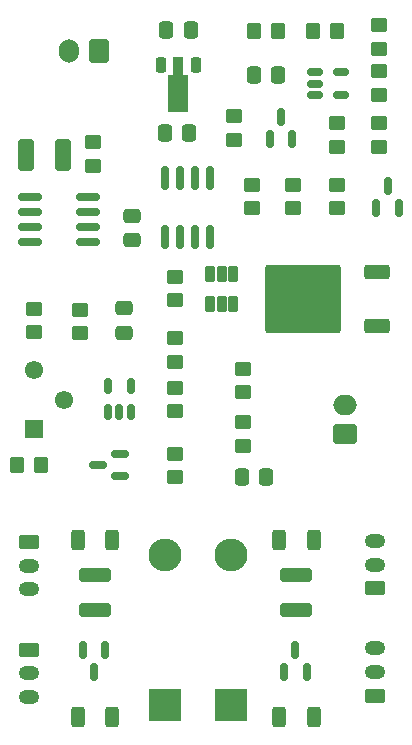
<source format=gbr>
%TF.GenerationSoftware,KiCad,Pcbnew,9.0.0-rc1*%
%TF.CreationDate,2025-10-12T14:16:47+03:00*%
%TF.ProjectId,uvp,7576702e-6b69-4636-9164-5f7063625858,rev?*%
%TF.SameCoordinates,Original*%
%TF.FileFunction,Soldermask,Top*%
%TF.FilePolarity,Negative*%
%FSLAX46Y46*%
G04 Gerber Fmt 4.6, Leading zero omitted, Abs format (unit mm)*
G04 Created by KiCad (PCBNEW 9.0.0-rc1) date 2025-10-12 14:16:47*
%MOMM*%
%LPD*%
G01*
G04 APERTURE LIST*
G04 Aperture macros list*
%AMRoundRect*
0 Rectangle with rounded corners*
0 $1 Rounding radius*
0 $2 $3 $4 $5 $6 $7 $8 $9 X,Y pos of 4 corners*
0 Add a 4 corners polygon primitive as box body*
4,1,4,$2,$3,$4,$5,$6,$7,$8,$9,$2,$3,0*
0 Add four circle primitives for the rounded corners*
1,1,$1+$1,$2,$3*
1,1,$1+$1,$4,$5*
1,1,$1+$1,$6,$7*
1,1,$1+$1,$8,$9*
0 Add four rect primitives between the rounded corners*
20,1,$1+$1,$2,$3,$4,$5,0*
20,1,$1+$1,$4,$5,$6,$7,0*
20,1,$1+$1,$6,$7,$8,$9,0*
20,1,$1+$1,$8,$9,$2,$3,0*%
%AMFreePoly0*
4,1,9,3.862500,-0.866500,0.737500,-0.866500,0.737500,-0.450000,-0.737500,-0.450000,-0.737500,0.450000,0.737500,0.450000,0.737500,0.866500,3.862500,0.866500,3.862500,-0.866500,3.862500,-0.866500,$1*%
G04 Aperture macros list end*
%ADD10O,1.750000X1.200000*%
%ADD11RoundRect,0.250000X0.625000X-0.350000X0.625000X0.350000X-0.625000X0.350000X-0.625000X-0.350000X0*%
%ADD12RoundRect,0.250000X-0.625000X0.350000X-0.625000X-0.350000X0.625000X-0.350000X0.625000X0.350000X0*%
%ADD13RoundRect,0.250000X0.750000X-0.600000X0.750000X0.600000X-0.750000X0.600000X-0.750000X-0.600000X0*%
%ADD14O,2.000000X1.700000*%
%ADD15RoundRect,0.250000X0.600000X0.750000X-0.600000X0.750000X-0.600000X-0.750000X0.600000X-0.750000X0*%
%ADD16O,1.700000X2.000000*%
%ADD17RoundRect,0.250000X0.337500X0.475000X-0.337500X0.475000X-0.337500X-0.475000X0.337500X-0.475000X0*%
%ADD18RoundRect,0.250000X-0.350000X-0.450000X0.350000X-0.450000X0.350000X0.450000X-0.350000X0.450000X0*%
%ADD19RoundRect,0.250000X-0.450000X0.350000X-0.450000X-0.350000X0.450000X-0.350000X0.450000X0.350000X0*%
%ADD20RoundRect,0.250000X-0.412500X-1.100000X0.412500X-1.100000X0.412500X1.100000X-0.412500X1.100000X0*%
%ADD21RoundRect,0.250000X0.450000X-0.350000X0.450000X0.350000X-0.450000X0.350000X-0.450000X-0.350000X0*%
%ADD22RoundRect,0.250000X0.475000X-0.337500X0.475000X0.337500X-0.475000X0.337500X-0.475000X-0.337500X0*%
%ADD23RoundRect,0.150000X0.150000X-0.512500X0.150000X0.512500X-0.150000X0.512500X-0.150000X-0.512500X0*%
%ADD24RoundRect,0.250000X0.850000X0.350000X-0.850000X0.350000X-0.850000X-0.350000X0.850000X-0.350000X0*%
%ADD25RoundRect,0.249997X2.950003X2.650003X-2.950003X2.650003X-2.950003X-2.650003X2.950003X-2.650003X0*%
%ADD26RoundRect,0.150000X0.150000X-0.825000X0.150000X0.825000X-0.150000X0.825000X-0.150000X-0.825000X0*%
%ADD27RoundRect,0.250000X0.350000X0.450000X-0.350000X0.450000X-0.350000X-0.450000X0.350000X-0.450000X0*%
%ADD28RoundRect,0.150000X0.825000X0.150000X-0.825000X0.150000X-0.825000X-0.150000X0.825000X-0.150000X0*%
%ADD29RoundRect,0.150000X0.150000X-0.587500X0.150000X0.587500X-0.150000X0.587500X-0.150000X-0.587500X0*%
%ADD30RoundRect,0.250000X-0.475000X0.337500X-0.475000X-0.337500X0.475000X-0.337500X0.475000X0.337500X0*%
%ADD31C,1.550000*%
%ADD32R,1.550000X1.550000*%
%ADD33RoundRect,0.150000X-0.512500X-0.150000X0.512500X-0.150000X0.512500X0.150000X-0.512500X0.150000X0*%
%ADD34RoundRect,0.250000X-0.312500X-0.625000X0.312500X-0.625000X0.312500X0.625000X-0.312500X0.625000X0*%
%ADD35RoundRect,0.098000X0.294000X-0.609000X0.294000X0.609000X-0.294000X0.609000X-0.294000X-0.609000X0*%
%ADD36RoundRect,0.225000X-0.225000X0.425000X-0.225000X-0.425000X0.225000X-0.425000X0.225000X0.425000X0*%
%ADD37FreePoly0,270.000000*%
%ADD38RoundRect,0.250000X-0.337500X-0.475000X0.337500X-0.475000X0.337500X0.475000X-0.337500X0.475000X0*%
%ADD39RoundRect,0.150000X0.587500X0.150000X-0.587500X0.150000X-0.587500X-0.150000X0.587500X-0.150000X0*%
%ADD40O,2.800000X2.800000*%
%ADD41R,2.800000X2.800000*%
%ADD42RoundRect,0.150000X-0.150000X0.587500X-0.150000X-0.587500X0.150000X-0.587500X0.150000X0.587500X0*%
%ADD43RoundRect,0.250000X0.312500X0.625000X-0.312500X0.625000X-0.312500X-0.625000X0.312500X-0.625000X0*%
%ADD44RoundRect,0.250000X-1.100000X0.325000X-1.100000X-0.325000X1.100000X-0.325000X1.100000X0.325000X0*%
G04 APERTURE END LIST*
D10*
%TO.C,IN2*%
X64650000Y-79000000D03*
X64650000Y-81000000D03*
D11*
X64650000Y-83000000D03*
%TD*%
D10*
%TO.C,IN4*%
X35350000Y-83100000D03*
X35350000Y-81100000D03*
D12*
X35350000Y-79100000D03*
%TD*%
D10*
%TO.C,IN1*%
X64650000Y-88100000D03*
X64650000Y-90100000D03*
D11*
X64650000Y-92100000D03*
%TD*%
D12*
%TO.C,IN3*%
X35350000Y-88200000D03*
D10*
X35350000Y-90200000D03*
X35350000Y-92200000D03*
%TD*%
D13*
%TO.C,J2*%
X62050000Y-69950000D03*
D14*
X62050000Y-67450000D03*
%TD*%
D15*
%TO.C,J1*%
X41250000Y-37550000D03*
D16*
X38750000Y-37550000D03*
%TD*%
D17*
%TO.C,C2*%
X46837500Y-44425000D03*
X48912500Y-44425000D03*
%TD*%
D18*
%TO.C,R18*%
X61375000Y-35825000D03*
X59375000Y-35825000D03*
%TD*%
D19*
%TO.C,R16*%
X64975000Y-45625000D03*
X64975000Y-43625000D03*
%TD*%
D20*
%TO.C,C5*%
X38175000Y-46325000D03*
X35050000Y-46325000D03*
%TD*%
D21*
%TO.C,R2*%
X35775000Y-59325000D03*
X35775000Y-61325000D03*
%TD*%
D22*
%TO.C,C6*%
X44075000Y-51487500D03*
X44075000Y-53562500D03*
%TD*%
D17*
%TO.C,C3*%
X53325000Y-73600000D03*
X55400000Y-73600000D03*
%TD*%
D19*
%TO.C,R5*%
X53475000Y-66425000D03*
X53475000Y-64425000D03*
%TD*%
D21*
%TO.C,R13*%
X54177500Y-48850000D03*
X54177500Y-50850000D03*
%TD*%
D19*
%TO.C,R9*%
X40712500Y-47225000D03*
X40712500Y-45225000D03*
%TD*%
D21*
%TO.C,R4*%
X53475000Y-68925000D03*
X53475000Y-70925000D03*
%TD*%
D23*
%TO.C,U3*%
X42025000Y-65850000D03*
X43925000Y-65850000D03*
X43925000Y-68125000D03*
X42975000Y-68125000D03*
X42025000Y-68125000D03*
%TD*%
D24*
%TO.C,Q2*%
X64800000Y-56220000D03*
D25*
X58500000Y-58500000D03*
D24*
X64800000Y-60780000D03*
%TD*%
D21*
%TO.C,R15*%
X61375000Y-43625000D03*
X61375000Y-45625000D03*
%TD*%
D19*
%TO.C,R12*%
X57677500Y-50850000D03*
X57677500Y-48850000D03*
%TD*%
D21*
%TO.C,R8*%
X39675000Y-59425000D03*
X39675000Y-61425000D03*
%TD*%
%TO.C,R14*%
X61377500Y-48825000D03*
X61377500Y-50825000D03*
%TD*%
D17*
%TO.C,C7*%
X54337500Y-39525000D03*
X56412500Y-39525000D03*
%TD*%
D21*
%TO.C,R6*%
X47675000Y-66025000D03*
X47675000Y-68025000D03*
%TD*%
D26*
%TO.C,U6*%
X46865000Y-48275000D03*
X48135000Y-48275000D03*
X49405000Y-48275000D03*
X50675000Y-48275000D03*
X50675000Y-53225000D03*
X49405000Y-53225000D03*
X48135000Y-53225000D03*
X46865000Y-53225000D03*
%TD*%
D27*
%TO.C,R1*%
X34300000Y-72600000D03*
X36300000Y-72600000D03*
%TD*%
D21*
%TO.C,R20*%
X64975000Y-35325000D03*
X64975000Y-37325000D03*
%TD*%
D19*
%TO.C,R3*%
X47675000Y-73625000D03*
X47675000Y-71625000D03*
%TD*%
D21*
%TO.C,R7*%
X47675000Y-61825000D03*
X47675000Y-63825000D03*
%TD*%
D28*
%TO.C,U5*%
X35400000Y-53730000D03*
X35400000Y-52460000D03*
X35400000Y-51190000D03*
X35400000Y-49920000D03*
X40350000Y-49920000D03*
X40350000Y-51190000D03*
X40350000Y-52460000D03*
X40350000Y-53730000D03*
%TD*%
D21*
%TO.C,R19*%
X64975000Y-39225000D03*
X64975000Y-41225000D03*
%TD*%
D29*
%TO.C,Q1*%
X56675000Y-43125000D03*
X57625000Y-45000000D03*
X55725000Y-45000000D03*
%TD*%
D18*
%TO.C,R17*%
X56375000Y-35825000D03*
X54375000Y-35825000D03*
%TD*%
D30*
%TO.C,C4*%
X43375000Y-61362500D03*
X43375000Y-59287500D03*
%TD*%
D31*
%TO.C,RV1*%
X35775000Y-64525000D03*
X38275000Y-67025000D03*
D32*
X35775000Y-69525000D03*
%TD*%
D33*
%TO.C,U7*%
X61775000Y-39325000D03*
X61775000Y-41225000D03*
X59500000Y-41225000D03*
X59500000Y-40275000D03*
X59500000Y-39325000D03*
%TD*%
D34*
%TO.C,R22*%
X59425000Y-93900000D03*
X56500000Y-93900000D03*
%TD*%
D35*
%TO.C,U4*%
X50675000Y-56425000D03*
X51625000Y-56425000D03*
X52575000Y-56425000D03*
X52575000Y-58935000D03*
X51625000Y-58935000D03*
X50675000Y-58935000D03*
%TD*%
D21*
%TO.C,R10*%
X47675000Y-56625000D03*
X47675000Y-58625000D03*
%TD*%
D36*
%TO.C,U1*%
X46475000Y-38675000D03*
D37*
X47975000Y-38762500D03*
D36*
X49475000Y-38675000D03*
%TD*%
D38*
%TO.C,C1*%
X49012500Y-35725000D03*
X46937500Y-35725000D03*
%TD*%
D19*
%TO.C,R11*%
X52675000Y-45025000D03*
X52675000Y-43025000D03*
%TD*%
D29*
%TO.C,Q3*%
X65677500Y-48950000D03*
X66627500Y-50825000D03*
X64727500Y-50825000D03*
%TD*%
D39*
%TO.C,U2*%
X41175000Y-72575000D03*
X43050000Y-71625000D03*
X43050000Y-73525000D03*
%TD*%
D40*
%TO.C,D2*%
X46800000Y-80150000D03*
D41*
X46800000Y-92850000D03*
%TD*%
D29*
%TO.C,Q4*%
X57875000Y-88225000D03*
X58825000Y-90100000D03*
X56925000Y-90100000D03*
%TD*%
D42*
%TO.C,Q5*%
X40812500Y-90100000D03*
X39862500Y-88225000D03*
X41762500Y-88225000D03*
%TD*%
D43*
%TO.C,R21*%
X56500000Y-78900000D03*
X59425000Y-78900000D03*
%TD*%
D40*
%TO.C,D1*%
X52400000Y-80150000D03*
D41*
X52400000Y-92850000D03*
%TD*%
D44*
%TO.C,C8*%
X57962500Y-84875000D03*
X57962500Y-81925000D03*
%TD*%
%TO.C,C9*%
X40900000Y-84875000D03*
X40900000Y-81925000D03*
%TD*%
D34*
%TO.C,R23*%
X42362500Y-78900000D03*
X39437500Y-78900000D03*
%TD*%
D43*
%TO.C,R24*%
X39437500Y-93900000D03*
X42362500Y-93900000D03*
%TD*%
M02*

</source>
